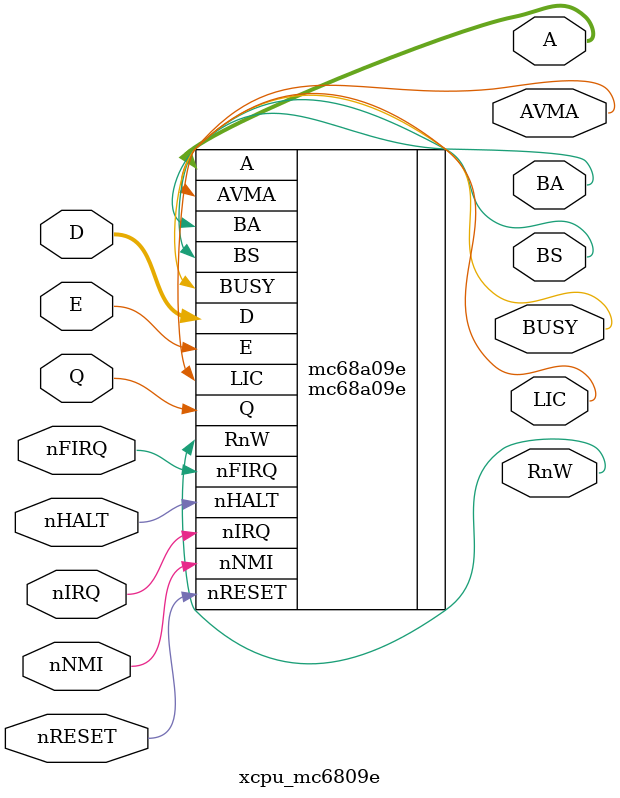
<source format=v>
`timescale 1ns / 1ps
module xcpu_mc6809e
	#(
		parameter tDHW = 30,			// write data hold time
		parameter tAH = 20			// address hold time
	)
	(
        input wire E,
        input wire Q,
        input wire nIRQ,
        input wire nFIRQ,
        input wire nNMI,
        input wire nHALT,
        input wire nRESET,
        output wire [15:0] A,
        inout wire [7:0] D,
        output wire RnW,
        output wire BS,
        output wire BA,
        output wire AVMA,
        output wire BUSY,
        output wire LIC
    );
	
	mc68a09e 
		#(
			.tDHW(tDHW),
			.tAH(tAH)
		)
		mc68a09e(
			.D(D), 
			.A(A), 
			.RnW(RnW), 
			.E(E), 
			.Q(Q), 
			.BS(BS), 
			.BA(BA), 
			.nIRQ( nIRQ), 
			.nFIRQ(nFIRQ), 
			.nNMI(nNMI), 
			.AVMA(AVMA), 
			.BUSY(BUSY), 
			.LIC(LIC), 
			.nHALT(nHALT), 
			.nRESET(nRESET));

endmodule

</source>
